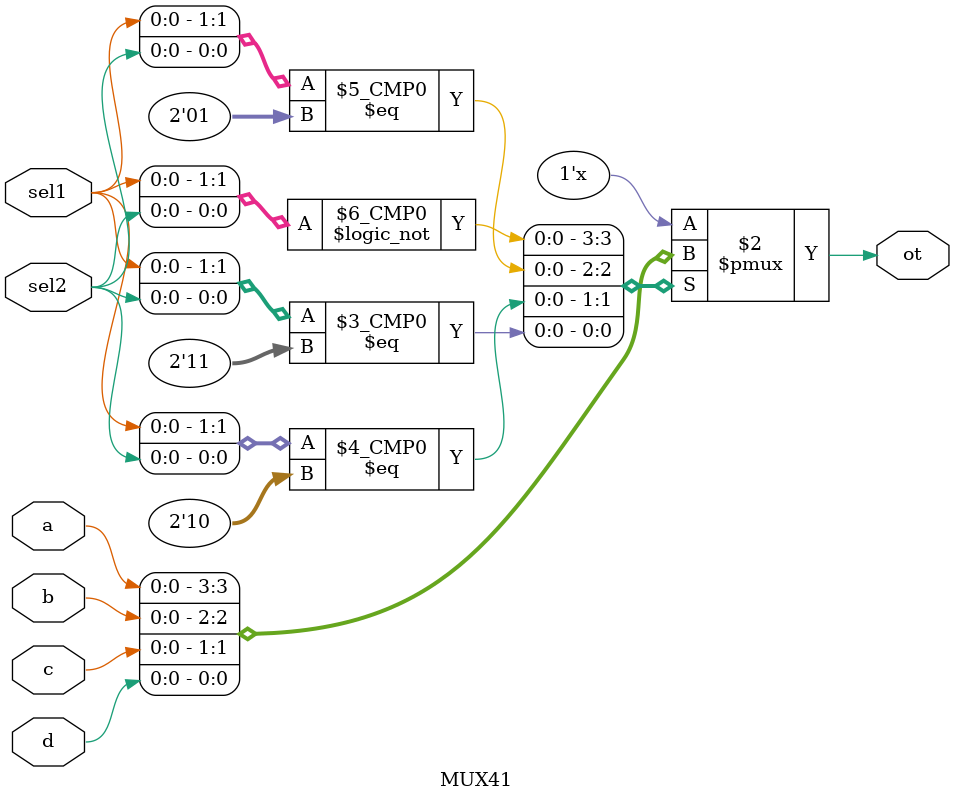
<source format=v>
`timescale 1ns / 1ps


module MUX41(
    input a,
    input b,
    input c,
    input d,
    input sel1,
    input sel2,
    output ot
    );
    reg ot;
    always@(a or b or c or d or sel1 or sel2)
        case({sel1,sel2})
        2'b00:ot=a;
        2'b01:ot=b;
        2'b10:ot=c;
        2'b11:ot=d;
        endcase
endmodule

</source>
